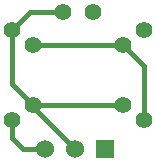
<source format=gbl>
G04 (created by PCBNEW (2013-07-07 BZR 4022)-stable) date 12/16/2014 6:59:02 PM*
%MOIN*%
G04 Gerber Fmt 3.4, Leading zero omitted, Abs format*
%FSLAX34Y34*%
G01*
G70*
G90*
G04 APERTURE LIST*
%ADD10C,0.00590551*%
%ADD11C,0.055*%
%ADD12R,0.06X0.06*%
%ADD13C,0.06*%
%ADD14C,0.015748*%
G04 APERTURE END LIST*
G54D10*
G54D11*
X79900Y-56400D03*
X79900Y-54400D03*
X76900Y-56400D03*
X76900Y-54400D03*
X80600Y-53900D03*
X80600Y-56900D03*
X76200Y-56900D03*
X76200Y-53900D03*
G54D12*
X79314Y-57874D03*
G54D13*
X78314Y-57874D03*
X77314Y-57874D03*
G54D11*
X77900Y-53300D03*
X78900Y-53300D03*
G54D14*
X80600Y-56900D02*
X80600Y-55100D01*
X80600Y-55100D02*
X79900Y-54400D01*
X76900Y-54400D02*
X79900Y-54400D01*
X76900Y-56400D02*
X76900Y-56459D01*
X76900Y-56459D02*
X78314Y-57874D01*
X76900Y-56400D02*
X79900Y-56400D01*
X76200Y-53900D02*
X76200Y-55700D01*
X76200Y-55700D02*
X76900Y-56400D01*
X77900Y-53300D02*
X76800Y-53300D01*
X76800Y-53300D02*
X76200Y-53900D01*
X77314Y-57874D02*
X76574Y-57874D01*
X76200Y-57500D02*
X76200Y-56900D01*
X76574Y-57874D02*
X76200Y-57500D01*
M02*

</source>
